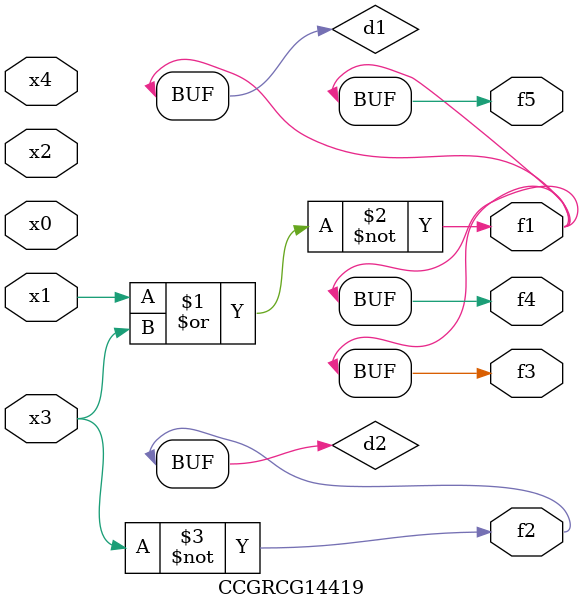
<source format=v>
module CCGRCG14419(
	input x0, x1, x2, x3, x4,
	output f1, f2, f3, f4, f5
);

	wire d1, d2;

	nor (d1, x1, x3);
	not (d2, x3);
	assign f1 = d1;
	assign f2 = d2;
	assign f3 = d1;
	assign f4 = d1;
	assign f5 = d1;
endmodule

</source>
